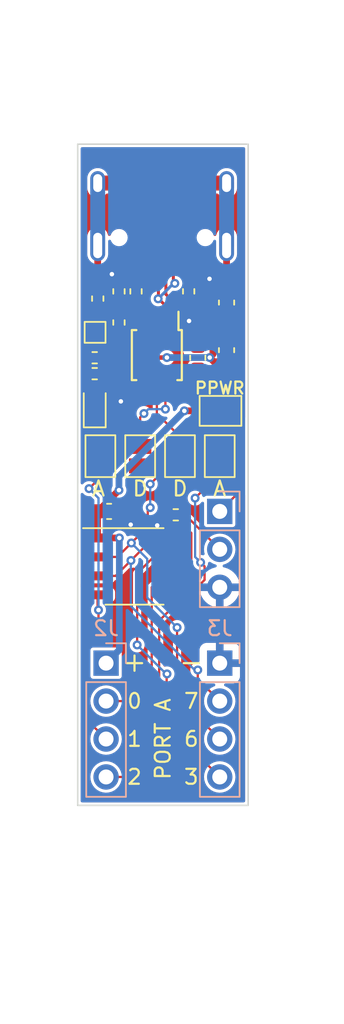
<source format=kicad_pcb>
(kicad_pcb (version 20211014) (generator pcbnew)
  (layers (0 "F.Cu" signal) (31 "B.Cu" signal) (34 "B.Paste" user) (35 "F.Paste" user) (36 "B.SilkS" user "B.Silkscreen") (37 "F.SilkS" user "F.Silkscreen") (38 "B.Mask" user) (39 "F.Mask" user) (44 "Edge.Cuts" user))
  (net 0 "")
  (net 1 "GND")
  (net 2 "Net-(C1-Pad2)")
  (net 3 "Net-(C2-Pad1)")
  (net 4 "VSYS")
  (net 5 "Net-(D1-Pad2)")
  (net 6 "Net-(J1-Pad1)")
  (net 7 "Net-(J1-Pad2)")
  (net 8 "/PIN_PA0")
  (net 9 "/PIN_PA1")
  (net 10 "/PIN_PA2")
  (net 11 "/PIN_PA7")
  (net 12 "/PIN_PA6")
  (net 13 "/PIN_PA3")
  (net 14 "/USB_UART_RX")
  (net 15 "/USB_UART_TX")
  (net 16 "/VBUS")
  (net 17 "Net-(R1-Pad2)")
  (net 18 "Net-(R2-Pad2)")
  (net 19 "/VBUS_SENSE")
  (net 20 "/USB_D+")
  (net 21 "/USB_D-")
  (net 25 "Net-(R6-Pad1)")
  (footprint "Capacitor_SMD:C_0603_1608Metric" (layer "F.Cu") (at 142.4432 109.22)
    (fp_text reference "C3")
    (fp_text value "0.1μF")
    (fp_line (start -0.14058 0.51) (end 0.14058 0.51) (layer "F.SilkS") (width 0.12))
    (fp_line (start -0.14058 -0.51) (end 0.14058 -0.51) (layer "F.SilkS") (width 0.12))
    (pad "1" smd roundrect (at -0.775 0) (size 0.9 0.95) (layers "F.Cu" "F.Paste" "F.Mask") (net 4 "VSYS"))
    (pad "2" smd roundrect (at 0.775 0) (size 0.9 0.95) (layers "F.Cu" "F.Paste" "F.Mask") (net 1 "GND"))
  )
  (footprint "Package_SO:MSOP-10_3x3mm_P0.5mm" (layer "F.Cu") (at 145.6436 98.7551 -90)
    (fp_text reference "U1")
    (fp_text value "CH340E")
    (fp_line (start -1.675 -1.675) (end -1.675 -1.45) (layer "F.SilkS") (width 0.15))
    (fp_line (start 1.675 -1.675) (end 1.675 -1.375) (layer "F.SilkS") (width 0.15))
    (fp_line (start -1.675 -1.45) (end -2.9 -1.45) (layer "F.SilkS") (width 0.15))
    (fp_line (start -1.675 1.675) (end 1.675 1.675) (layer "F.SilkS") (width 0.15))
    (fp_line (start -1.675 -1.675) (end 1.675 -1.675) (layer "F.SilkS") (width 0.15))
    (fp_line (start -1.675 1.675) (end -1.675 1.375) (layer "F.SilkS") (width 0.15))
    (fp_line (start 1.675 1.675) (end 1.675 1.375) (layer "F.SilkS") (width 0.15))
    (pad "1" smd rect (at -2.2 -1 270) (size 1.4 0.3) (layers "F.Cu" "F.Paste" "F.Mask") (net 20 "/USB_D+"))
    (pad "2" smd rect (at -2.2 -0.5 270) (size 1.4 0.3) (layers "F.Cu" "F.Paste" "F.Mask") (net 21 "/USB_D-"))
    (pad "3" smd rect (at -2.2 0 270) (size 1.4 0.3) (layers "F.Cu" "F.Paste" "F.Mask") (net 1 "GND"))
    (pad "4" smd rect (at -2.2 0.5 270) (size 1.4 0.3) (layers "F.Cu" "F.Paste" "F.Mask"))
    (pad "5" smd rect (at -2.2 1 270) (size 1.4 0.3) (layers "F.Cu" "F.Paste" "F.Mask") (net 1 "GND"))
    (pad "6" smd rect (at 2.2 1 270) (size 1.4 0.3) (layers "F.Cu" "F.Paste" "F.Mask") (net 25 "Net-(R6-Pad1)"))
    (pad "7" smd rect (at 2.2 0.5 270) (size 1.4 0.3) (layers "F.Cu" "F.Paste" "F.Mask") (net 4 "VSYS"))
    (pad "8" smd rect (at 2.2 0 270) (size 1.4 0.3) (layers "F.Cu" "F.Paste" "F.Mask") (net 15 "/USB_UART_TX"))
    (pad "9" smd rect (at 2.2 -0.5 270) (size 1.4 0.3) (layers "F.Cu" "F.Paste" "F.Mask") (net 14 "/USB_UART_RX"))
    (pad "10" smd rect (at 2.2 -1 270) (size 1.4 0.3) (layers "F.Cu" "F.Paste" "F.Mask") (net 3 "Net-(C2-Pad1)"))
  )
  (footprint "Resistor_SMD:R_0402_1005Metric" (layer "F.Cu") (at 141.6812 94.9725 -90)
    (fp_text reference "R3")
    (fp_text value "220 0402")
    (fp_line (start -0.153641 0.38) (end 0.153641 0.38) (layer "F.SilkS") (width 0.12))
    (fp_line (start -0.153641 -0.38) (end 0.153641 -0.38) (layer "F.SilkS") (width 0.12))
    (pad "1" smd roundrect (at -0.51 0 270) (size 0.54 0.64) (layers "F.Cu" "F.Paste" "F.Mask") (net 2 "Net-(C1-Pad2)"))
    (pad "2" smd roundrect (at 0.51 0 270) (size 0.54 0.64) (layers "F.Cu" "F.Paste" "F.Mask") (net 1 "GND"))
  )
  (footprint "Jumper:SolderJumper-2_P1.3mm_Open_Pad1.0x1.5mm" (layer "F.Cu") (at 149.86 105.522 -90)
    (fp_text reference "JP5")
    (fp_text value "SolderJumper_2_Open")
    (fp_line (start -1.4 -1) (end 1.4 -1) (layer "F.SilkS") (width 0.12))
    (fp_line (start 1.4 -1) (end 1.4 1) (layer "F.SilkS") (width 0.12))
    (fp_line (start 1.4 1) (end -1.4 1) (layer "F.SilkS") (width 0.12))
    (fp_line (start -1.4 1) (end -1.4 -1) (layer "F.SilkS") (width 0.12))
    (pad "1" smd rect (at -0.65 0 270) (size 1 1.5) (layers "F.Cu" "F.Mask") (net 15 "/USB_UART_TX"))
    (pad "2" smd rect (at 0.65 0 270) (size 1 1.5) (layers "F.Cu" "F.Mask") (net 10 "/PIN_PA2"))
  )
  (footprint "Resistor_SMD:R_0402_1005Metric" (layer "F.Cu") (at 141.476 98.9329)
    (fp_text reference "R7")
    (fp_text value "5.1K 0402")
    (fp_line (start -0.153641 0.38) (end 0.153641 0.38) (layer "F.SilkS") (width 0.12))
    (fp_line (start -0.153641 -0.38) (end 0.153641 -0.38) (layer "F.SilkS") (width 0.12))
    (pad "1" smd roundrect (at -0.51 0) (size 0.54 0.64) (layers "F.Cu" "F.Paste" "F.Mask") (net 5 "Net-(D1-Pad2)"))
    (pad "2" smd roundrect (at 0.51 0) (size 0.54 0.64) (layers "F.Cu" "F.Paste" "F.Mask") (net 25 "Net-(R6-Pad1)"))
  )
  (footprint "Resistor_SMD:R_0402_1005Metric" (layer "F.Cu") (at 147.7772 94.4879 90)
    (fp_text reference "R1")
    (fp_text value "5.1K 0402")
    (fp_line (start -0.153641 -0.38) (end 0.153641 -0.38) (layer "F.SilkS") (width 0.12))
    (fp_line (start -0.153641 0.38) (end 0.153641 0.38) (layer "F.SilkS") (width 0.12))
    (pad "1" smd roundrect (at -0.51 0 90) (size 0.54 0.64) (layers "F.Cu" "F.Paste" "F.Mask") (net 1 "GND"))
    (pad "2" smd roundrect (at 0.51 0 90) (size 0.54 0.64) (layers "F.Cu" "F.Paste" "F.Mask") (net 17 "Net-(R1-Pad2)"))
  )
  (footprint "NetTie:NetTie-2_SMD_Pad0.5mm" (layer "F.Cu") (at 148.9456 94.9705 -90)
    (fp_text reference "NT1")
    (fp_text value "NetTie_2")
    (fp_poly (pts (xy -0.5 -0.25) (xy 0.5 -0.25) (xy 0.5 0.25) (xy -0.5 0.25)) (layer "F.Cu") (width 0) (fill solid))
    (pad "1" smd circle (at -0.5 0 270) (size 0.5 0.5) (layers "F.Cu") (net 16 "/VBUS"))
    (pad "2" smd circle (at 0.5 0 270) (size 0.5 0.5) (layers "F.Cu") (net 4 "VSYS"))
  )
  (footprint "Jumper:SolderJumper-2_P1.3mm_Open_Pad1.0x1.5mm" (layer "F.Cu") (at 149.9108 102.489)
    (fp_text reference "JP1")
    (fp_text value "SolderJumper_2_Open")
    (fp_line (start 1.4 1) (end -1.4 1) (layer "F.SilkS") (width 0.12))
    (fp_line (start -1.4 1) (end -1.4 -1) (layer "F.SilkS") (width 0.12))
    (fp_line (start 1.4 -1) (end 1.4 1) (layer "F.SilkS") (width 0.12))
    (fp_line (start -1.4 -1) (end 1.4 -1) (layer "F.SilkS") (width 0.12))
    (pad "1" smd rect (at -0.65 0) (size 1 1.5) (layers "F.Cu" "F.Mask") (net 4 "VSYS"))
    (pad "2" smd rect (at 0.65 0) (size 1 1.5) (layers "F.Cu" "F.Mask") (net 6 "Net-(J1-Pad1)"))
  )
  (footprint "Jumper:SolderJumper-2_P1.3mm_Open_Pad1.0x1.5mm" (layer "F.Cu") (at 147.193 105.522 -90)
    (fp_text reference "JP3")
    (fp_text value "SolderJumper_2_Open")
    (fp_line (start 1.4 -1) (end 1.4 1) (layer "F.SilkS") (width 0.12))
    (fp_line (start -1.4 1) (end -1.4 -1) (layer "F.SilkS") (width 0.12))
    (fp_line (start -1.4 -1) (end 1.4 -1) (layer "F.SilkS") (width 0.12))
    (fp_line (start 1.4 1) (end -1.4 1) (layer "F.SilkS") (width 0.12))
    (pad "1" smd rect (at -0.65 0 270) (size 1 1.5) (layers "F.Cu" "F.Mask") (net 15 "/USB_UART_TX"))
    (pad "2" smd rect (at 0.65 0 270) (size 1 1.5) (layers "F.Cu" "F.Mask") (net 11 "/PIN_PA7"))
  )
  (footprint "LED_SMD:LED_0603_1608Metric" (layer "F.Cu") (at 141.478 102.108 90)
    (fp_text reference "D1")
    (fp_text value "LED")
    (fp_line (start 0.8 -0.735) (end -1.485 -0.735) (layer "F.SilkS") (width 0.12))
    (fp_line (start -1.485 0.735) (end 0.8 0.735) (layer "F.SilkS") (width 0.12))
    (fp_line (start -1.485 -0.735) (end -1.485 0.735) (layer "F.SilkS") (width 0.12))
    (pad "1" smd roundrect (at -0.7875 0 90) (size 0.875 0.95) (layers "F.Cu" "F.Paste" "F.Mask") (net 1 "GND"))
    (pad "2" smd roundrect (at 0.7875 0 90) (size 0.875 0.95) (layers "F.Cu" "F.Paste" "F.Mask") (net 5 "Net-(D1-Pad2)"))
  )
  (footprint "HRO:HRO-TYPE-C-31-M-12" (layer "F.Cu") (at 145.9992 84.6371 180)
    (fp_text reference "USB1")
    (fp_text value "TYPE-C-31-M-12")
    (pad "" np_thru_hole circle locked (at -2.89 -6.25 180) (size 0.65 0.65) (drill 0.65) (layers *.Cu *.Mask))
    (pad "" np_thru_hole circle locked (at 2.89 -6.25 180) (size 0.65 0.65) (drill 0.65) (layers *.Cu *.Mask))
    (pad "1" smd rect locked (at -3.225 -7.695 180) (size 0.6 1.45) (layers "F.Cu" "F.Paste" "F.Mask") (net 1 "GND"))
    (pad "2" smd rect locked (at -2.45 -7.695 180) (size 0.6 1.45) (layers "F.Cu" "F.Paste" "F.Mask") (net 16 "/VBUS"))
    (pad "3" smd rect locked (at -1.75 -7.695 180) (size 0.3 1.45) (layers "F.Cu" "F.Paste" "F.Mask"))
    (pad "4" smd rect locked (at -1.25 -7.695 180) (size 0.3 1.45) (layers "F.Cu" "F.Paste" "F.Mask") (net 17 "Net-(R1-Pad2)"))
    (pad "5" smd rect locked (at -0.75 -7.695 180) (size 0.3 1.45) (layers "F.Cu" "F.Paste" "F.Mask") (net 21 "/USB_D-"))
    (pad "6" smd rect locked (at -0.25 -7.695 180) (size 0.3 1.45) (layers "F.Cu" "F.Paste" "F.Mask") (net 20 "/USB_D+"))
    (pad "7" smd rect locked (at 0.25 -7.695 180) (size 0.3 1.45) (layers "F.Cu" "F.Paste" "F.Mask") (net 21 "/USB_D-"))
    (pad "8" smd rect locked (at 0.75 -7.695 180) (size 0.3 1.45) (layers "F.Cu" "F.Paste" "F.Mask") (net 20 "/USB_D+"))
    (pad "9" smd rect locked (at 1.25 -7.695 180) (size 0.3 1.45) (layers "F.Cu" "F.Paste" "F.Mask"))
    (pad "10" smd rect locked (at 1.75 -7.695 180) (size 0.3 1.45) (layers "F.Cu" "F.Paste" "F.Mask") (net 18 "Net-(R2-Pad2)"))
    (pad "11" smd rect locked (at 2.45 -7.695 180) (size 0.6 1.45) (layers "F.Cu" "F.Paste" "F.Mask") (net 16 "/VBUS"))
    (pad "12" smd rect locked (at 3.225 -7.695 180) (size 0.6 1.45) (layers "F.Cu" "F.Paste" "F.Mask") (net 1 "GND"))
    (pad "13" thru_hole oval locked (at 4.32 -2.6 180) (size 1 1.6) (drill oval 0.6 1.2) (layers *.Cu "B.Mask") (net 2 "Net-(C1-Pad2)"))
    (pad "13" thru_hole oval locked (at -4.32 -6.78 180) (size 1 2.1) (drill oval 0.6 1.7) (layers *.Cu "B.Mask") (net 2 "Net-(C1-Pad2)"))
    (pad "13" thru_hole oval locked (at -4.32 -2.6 180) (size 1 1.6) (drill oval 0.6 1.2) (layers *.Cu "B.Mask") (net 2 "Net-(C1-Pad2)"))
    (pad "13" thru_hole oval locked (at 4.32 -6.78 180) (size 1 2.1) (drill oval 0.6 1.7) (layers *.Cu "B.Mask") (net 2 "Net-(C1-Pad2)"))
  )
  (footprint "Capacitor_SMD:C_0603_1608Metric" (layer "F.Cu") (at 148.3868 98.9329 90)
    (fp_text reference "C2")
    (fp_text value "0.1μF")
    (fp_line (start -0.14058 -0.51) (end 0.14058 -0.51) (layer "F.SilkS") (width 0.12))
    (fp_line (start -0.14058 0.51) (end 0.14058 0.51) (layer "F.SilkS") (width 0.12))
    (pad "1" smd roundrect (at -0.775 0 90) (size 0.9 0.95) (layers "F.Cu" "F.Paste" "F.Mask") (net 3 "Net-(C2-Pad1)"))
    (pad "2" smd roundrect (at 0.775 0 90) (size 0.9 0.95) (layers "F.Cu" "F.Paste" "F.Mask") (net 1 "GND"))
  )
  (footprint "Resistor_SMD:R_0402_1005Metric" (layer "F.Cu") (at 141.476 99.9997 180)
    (fp_text reference "R6")
    (fp_text value "5.1K 0402")
    (fp_line (start -0.153641 -0.38) (end 0.153641 -0.38) (layer "F.SilkS") (width 0.12))
    (fp_line (start -0.153641 0.38) (end 0.153641 0.38) (layer "F.SilkS") (width 0.12))
    (pad "1" smd roundrect (at -0.51 0 180) (size 0.54 0.64) (layers "F.Cu" "F.Paste" "F.Mask") (net 25 "Net-(R6-Pad1)"))
    (pad "2" smd roundrect (at 0.51 0 180) (size 0.54 0.64) (layers "F.Cu" "F.Paste" "F.Mask") (net 5 "Net-(D1-Pad2)"))
  )
  (footprint "Resistor_SMD:R_0402_1005Metric" (layer "F.Cu") (at 144.2466 94.4899 90)
    (fp_text reference "R2")
    (fp_text value "5.1K 0402")
    (fp_line (start -0.153641 0.38) (end 0.153641 0.38) (layer "F.SilkS") (width 0.12))
    (fp_line (start -0.153641 -0.38) (end 0.153641 -0.38) (layer "F.SilkS") (width 0.12))
    (pad "1" smd roundrect (at -0.51 0 90) (size 0.54 0.64) (layers "F.Cu" "F.Paste" "F.Mask") (net 1 "GND"))
    (pad "2" smd roundrect (at 0.51 0 90) (size 0.54 0.64) (layers "F.Cu" "F.Paste" "F.Mask") (net 18 "Net-(R2-Pad2)"))
  )
  (footprint "Resistor_SMD:R_0402_1005Metric" (layer "F.Cu") (at 143.1036 94.4899 -90)
    (fp_text reference "R5")
    (fp_text value "10k")
    (fp_line (start -0.153641 0.38) (end 0.153641 0.38) (layer "F.SilkS") (width 0.12))
    (fp_line (start -0.153641 -0.38) (end 0.153641 -0.38) (layer "F.SilkS") (width 0.12))
    (pad "1" smd roundrect (at -0.51 0 270) (size 0.54 0.64) (layers "F.Cu" "F.Paste" "F.Mask") (net 16 "/VBUS"))
    (pad "2" smd roundrect (at 0.51 0 270) (size 0.54 0.64) (layers "F.Cu" "F.Paste" "F.Mask") (net 19 "/VBUS_SENSE"))
  )
  (footprint "Capacitor_SMD:C_0603_1608Metric" (layer "F.Cu") (at 150.3172 98.4249 90)
    (fp_text reference "C4")
    (fp_text value "0.1μF")
    (fp_line (start -0.14058 -0.51) (end 0.14058 -0.51) (layer "F.SilkS") (width 0.12))
    (fp_line (start -0.14058 0.51) (end 0.14058 0.51) (layer "F.SilkS") (width 0.12))
    (pad "1" smd roundrect (at -0.775 0 90) (size 0.9 0.95) (layers "F.Cu" "F.Paste" "F.Mask") (net 4 "VSYS"))
    (pad "2" smd roundrect (at 0.775 0 90) (size 0.9 0.95) (layers "F.Cu" "F.Paste" "F.Mask") (net 1 "GND"))
  )
  (footprint "Jumper:SolderJumper-2_P1.3mm_Open_Pad1.0x1.5mm" (layer "F.Cu") (at 144.526 105.522 -90)
    (fp_text reference "JP2")
    (fp_text value "SolderJumper_2_Open")
    (fp_line (start -1.4 1) (end -1.4 -1) (layer "F.SilkS") (width 0.12))
    (fp_line (start -1.4 -1) (end 1.4 -1) (layer "F.SilkS") (width 0.12))
    (fp_line (start 1.4 -1) (end 1.4 1) (layer "F.SilkS") (width 0.12))
    (fp_line (start 1.4 1) (end -1.4 1) (layer "F.SilkS") (width 0.12))
    (pad "1" smd rect (at -0.65 0 270) (size 1 1.5) (layers "F.Cu" "F.Mask") (net 14 "/USB_UART_RX"))
    (pad "2" smd rect (at 0.65 0 270) (size 1 1.5) (layers "F.Cu" "F.Mask") (net 12 "/PIN_PA6"))
  )
  (footprint "Jumper:SolderJumper-2_P1.3mm_Open_Pad1.0x1.5mm" (layer "F.Cu") (at 141.859 105.522 -90)
    (fp_text reference "JP4")
    (fp_text value "SolderJumper_2_Open")
    (fp_line (start 1.4 1) (end -1.4 1) (layer "F.SilkS") (width 0.12))
    (fp_line (start -1.4 1) (end -1.4 -1) (layer "F.SilkS") (width 0.12))
    (fp_line (start 1.4 -1) (end 1.4 1) (layer "F.SilkS") (width 0.12))
    (fp_line (start -1.4 -1) (end 1.4 -1) (layer "F.SilkS") (width 0.12))
    (pad "1" smd rect (at -0.65 0 270) (size 1 1.5) (layers "F.Cu" "F.Mask") (net 14 "/USB_UART_RX"))
    (pad "2" smd rect (at 0.65 0 270) (size 1 1.5) (layers "F.Cu" "F.Mask") (net 9 "/PIN_PA1"))
  )
  (footprint "Package_SO:SOIC-8_3.9x4.9mm_P1.27mm" (layer "F.Cu") (at 144.145 112.903)
    (fp_text reference "U2")
    (fp_text value "ATtiny412-SS")
    (fp_line (start 0 -2.56) (end 1.95 -2.56) (layer "F.SilkS") (width 0.12))
    (fp_line (start 0 2.56) (end 1.95 2.56) (layer "F.SilkS") (width 0.12))
    (fp_line (start 0 2.56) (end -1.95 2.56) (layer "F.SilkS") (width 0.12))
    (fp_line (start 0 -2.56) (end -3.45 -2.56) (layer "F.SilkS") (width 0.12))
    (pad "1" smd roundrect (at -2.475 -1.905) (size 1.95 0.6) (layers "F.Cu" "F.Paste" "F.Mask") (net 4 "VSYS"))
    (pad "2" smd roundrect (at -2.475 -0.635) (size 1.95 0.6) (layers "F.Cu" "F.Paste" "F.Mask") (net 12 "/PIN_PA6"))
    (pad "3" smd roundrect (at -2.475 0.635) (size 1.95 0.6) (layers "F.Cu" "F.Paste" "F.Mask") (net 11 "/PIN_PA7"))
    (pad "4" smd roundrect (at -2.475 1.905) (size 1.95 0.6) (layers "F.Cu" "F.Paste" "F.Mask") (net 9 "/PIN_PA1"))
    (pad "5" smd roundrect (at 2.475 1.905) (size 1.95 0.6) (layers "F.Cu" "F.Paste" "F.Mask") (net 10 "/PIN_PA2"))
    (pad "6" smd roundrect (at 2.475 0.635) (size 1.95 0.6) (layers "F.Cu" "F.Paste" "F.Mask") (net 8 "/PIN_PA0"))
    (pad "7" smd roundrect (at 2.475 -0.635) (size 1.95 0.6) (layers "F.Cu" "F.Paste" "F.Mask") (net 13 "/PIN_PA3"))
    (pad "8" smd roundrect (at 2.475 -1.905) (size 1.95 0.6) (layers "F.Cu" "F.Paste" "F.Mask") (net 1 "GND"))
  )
  (footprint "Capacitor_SMD:C_0603_1608Metric" (layer "F.Cu") (at 150.3172 95.2375 90)
    (fp_text reference "C1")
    (fp_text value "0.1μF")
    (fp_line (start -0.14058 0.51) (end 0.14058 0.51) (layer "F.SilkS") (width 0.12))
    (fp_line (start -0.14058 -0.51) (end 0.14058 -0.51) (layer "F.SilkS") (width 0.12))
    (pad "1" smd roundrect (at -0.775 0 90) (size 0.9 0.95) (layers "F.Cu" "F.Paste" "F.Mask") (net 1 "GND"))
    (pad "2" smd roundrect (at 0.775 0 90) (size 0.9 0.95) (layers "F.Cu" "F.Paste" "F.Mask") (net 2 "Net-(C1-Pad2)"))
  )
  (footprint "Resistor_SMD:R_0402_1005Metric" (layer "F.Cu") (at 146.9116 109.4486 180)
    (fp_text reference "R8")
    (fp_text value "5.1K 0402")
    (fp_line (start -0.153641 -0.38) (end 0.153641 -0.38) (layer "F.SilkS") (width 0.12))
    (fp_line (start -0.153641 0.38) (end 0.153641 0.38) (layer "F.SilkS") (width 0.12))
    (pad "1" smd roundrect (at -0.51 0 180) (size 0.54 0.64) (layers "F.Cu" "F.Paste" "F.Mask") (net 7 "Net-(J1-Pad2)"))
    (pad "2" smd roundrect (at 0.51 0 180) (size 0.54 0.64) (layers "F.Cu" "F.Paste" "F.Mask") (net 8 "/PIN_PA0"))
  )
  (footprint "Resistor_SMD:R_0402_1005Metric" (layer "F.Cu") (at 143.1036 96.5727 -90)
    (fp_text reference "R4")
    (fp_text value "5.6K 0402")
    (fp_line (start -0.153641 0.38) (end 0.153641 0.38) (layer "F.SilkS") (width 0.12))
    (fp_line (start -0.153641 -0.38) (end 0.153641 -0.38) (layer "F.SilkS") (width 0.12))
    (pad "1" smd roundrect (at -0.51 0 270) (size 0.54 0.64) (layers "F.Cu" "F.Paste" "F.Mask") (net 19 "/VBUS_SENSE"))
    (pad "2" smd roundrect (at 0.51 0 270) (size 0.54 0.64) (layers "F.Cu" "F.Paste" "F.Mask") (net 1 "GND"))
  )
  (footprint "mine:TestPoint_Pad_1.0x1.0mm" (layer "F.Cu") (at 141.5034 97.2312)
    (fp_text reference "TP1")
    (fp_text value "TestPoint")
    (fp_line (start -0.7 0.7) (end -0.7 -0.7) (layer "F.SilkS") (width 0.12))
    (fp_line (start -0.7 -0.7) (end 0.7 -0.7) (layer "F.SilkS") (width 0.12))
    (fp_line (start 0.7 0.7) (end -0.7 0.7) (layer "F.SilkS") (width 0.12))
    (fp_line (start 0.7 -0.7) (end 0.7 0.7) (layer "F.SilkS") (width 0.12))
    (pad "1" smd rect (at 0 0) (size 1 1) (layers "F.Cu" "F.Mask") (net 19 "/VBUS_SENSE"))
  )
  (footprint "Connector_PinHeader_2.54mm:PinHeader_1x04_P2.54mm_Vertical" (layer "B.Cu") (at 142.24 119.38 180)
    (fp_text reference "J2" (at 0 2.33) (layer "B.SilkS") (effects (justify mirror)))
    (fp_text value "PINS1")
    (fp_line (start -1.33 0) (end -1.33 1.33) (layer "B.SilkS") (width 0.12))
    (fp_line (start -1.33 -1.27) (end 1.33 -1.27) (layer "B.SilkS") (width 0.12))
    (fp_line (start -1.33 -1.27) (end -1.33 -8.95) (layer "B.SilkS") (width 0.12))
    (fp_line (start -1.33 1.33) (end 0 1.33) (layer "B.SilkS") (width 0.12))
    (fp_line (start -1.33 -8.95) (end 1.33 -8.95) (layer "B.SilkS") (width 0.12))
    (fp_line (start 1.33 -1.27) (end 1.33 -8.95) (layer "B.SilkS") (width 0.12))
    (pad "1" thru_hole rect (at 0 0 180) (size 1.7 1.7) (drill 1) (layers *.Cu *.Mask) (net 4 "VSYS"))
    (pad "2" thru_hole oval (at 0 -2.54 180) (size 1.7 1.7) (drill 1) (layers *.Cu *.Mask) (net 8 "/PIN_PA0"))
    (pad "3" thru_hole oval (at 0 -5.08 180) (size 1.7 1.7) (drill 1) (layers *.Cu *.Mask) (net 9 "/PIN_PA1"))
    (pad "4" thru_hole oval (at 0 -7.62 180) (size 1.7 1.7) (drill 1) (layers *.Cu *.Mask) (net 10 "/PIN_PA2"))
  )
  (footprint "Connector_PinHeader_2.54mm:PinHeader_1x04_P2.54mm_Vertical" (layer "B.Cu") (at 149.86 119.38 180)
    (fp_text reference "J3" (at 0 2.33) (layer "B.SilkS") (effects (justify mirror)))
    (fp_text value "PINS2")
    (fp_line (start -1.33 0) (end -1.33 1.33) (layer "B.SilkS") (width 0.12))
    (fp_line (start -1.33 -8.95) (end 1.33 -8.95) (layer "B.SilkS") (width 0.12))
    (fp_line (start -1.33 1.33) (end 0 1.33) (layer "B.SilkS") (width 0.12))
    (fp_line (start -1.33 -1.27) (end 1.33 -1.27) (layer "B.SilkS") (width 0.12))
    (fp_line (start 1.33 -1.27) (end 1.33 -8.95) (layer "B.SilkS") (width 0.12))
    (fp_line (start -1.33 -1.27) (end -1.33 -8.95) (layer "B.SilkS") (width 0.12))
    (pad "1" thru_hole rect (at 0 0 180) (size 1.7 1.7) (drill 1) (layers *.Cu *.Mask) (net 1 "GND"))
    (pad "2" thru_hole oval (at 0 -2.54 180) (size 1.7 1.7) (drill 1) (layers *.Cu *.Mask) (net 11 "/PIN_PA7"))
    (pad "3" thru_hole oval (at 0 -5.08 180) (size 1.7 1.7) (drill 1) (layers *.Cu *.Mask) (net 12 "/PIN_PA6"))
    (pad "4" thru_hole oval (at 0 -7.62 180) (size 1.7 1.7) (drill 1) (layers *.Cu *.Mask) (net 13 "/PIN_PA3"))
  )
  (footprint "Connector_PinHeader_2.54mm:PinHeader_1x03_P2.54mm_Vertical" (layer "B.Cu") (at 149.86 109.22 180)
    (fp_text reference "J1")
    (fp_text value "UPDI_PROGRAMMER")
    (fp_line (start -1.33 -6.41) (end 1.33 -6.41) (layer "B.SilkS") (width 0.12))
    (fp_line (start -1.33 -1.27) (end 1.33 -1.27) (layer "B.SilkS") (width 0.12))
    (fp_line (start -1.33 1.33) (end 0 1.33) (layer "B.SilkS") (width 0.12))
    (fp_line (start -1.33 0) (end -1.33 1.33) (layer "B.SilkS") (width 0.12))
    (fp_line (start 1.33 -1.27) (end 1.33 -6.41) (layer "B.SilkS") (width 0.12))
    (fp_line (start -1.33 -1.27) (end -1.33 -6.41) (layer "B.SilkS") (width 0.12))
    (pad "1" thru_hole rect (at 0 0 180) (size 1.7 1.7) (drill 1) (layers *.Cu *.Mask) (net 6 "Net-(J1-Pad1)"))
    (pad "2" thru_hole oval (at 0 -2.54 180) (size 1.7 1.7) (drill 1) (layers *.Cu *.Mask) (net 7 "Net-(J1-Pad2)"))
    (pad "3" thru_hole oval (at 0 -5.08 180) (size 1.7 1.7) (drill 1) (layers *.Cu *.Mask) (net 1 "GND"))
  )
  (gr_line (start 144.145 118.872) (end 144.145 119.888) (layer "F.SilkS") (width 0.15))
  (gr_line (start 147.447 119.38) (end 148.463 119.38) (layer "F.SilkS") (width 0.15))
  (gr_line (start 143.637 119.38) (end 144.653 119.38) (layer "F.SilkS") (width 0.15))
  (gr_rect (start 140.335 128.905) (end 151.765 84.6328) (layer "Edge.Cuts") (width 0.1) (fill none))
  (gr_text "1" (at 144.145 124.46) (layer "F.SilkS") (effects (font (size 1 1))))
  (gr_text "D" (at 147.193 107.696) (layer "F.SilkS") (effects (font (size 1 1))))
  (gr_text "7" (at 147.955 121.92) (layer "F.SilkS") (effects (font (size 1 1))))
  (gr_text "A" (at 149.86 107.696) (layer "F.SilkS") (effects (font (size 1 1))))
  (gr_text "2" (at 144.145 127) (layer "F.SilkS") (effects (font (size 1 1))))
  (gr_text "0" (at 144.145 121.92) (layer "F.SilkS") (effects (font (size 1 1))))
  (gr_text "PORT A" (at 146.05 124.46 90) (layer "F.SilkS") (effects (font (size 1 1))))
  (gr_text "PPWR" (at 149.86 100.965) (layer "F.SilkS") (effects (font (size 0.8 0.8))))
  (gr_text "A" (at 141.732 107.696) (layer "F.SilkS") (effects (font (size 1 1))))
  (gr_text "3" (at 147.955 127) (layer "F.SilkS") (effects (font (size 1 1))))
  (gr_text "6" (at 147.955 124.46) (layer "F.SilkS") (effects (font (size 1 1))))
  (gr_text "D" (at 144.526 107.696) (layer "F.SilkS") (effects (font (size 1 1))))
  (segment (start 144.6436 95.3969) (end 144.2466 94.9999) (width 0.15) (layer "F.Cu") (net 1))
  (segment (start 142.7742 93.191858) (end 142.6287 93.337358) (width 0.15) (layer "F.Cu") (net 1))
  (segment (start 142.7742 92.3321) (end 142.7742 93.191858) (width 0.15) (layer "F.Cu") (net 1))
  (segment (start 146.5072 110.998) (end 145.669 110.1598) (width 0.15) (layer "F.Cu") (net 1))
  (segment (start 144.6436 96.5551) (end 144.6436 95.3969) (width 0.15) (layer "F.Cu") (net 1))
  (segment (start 149.2242 92.3321) (end 149.2242 93.5998) (width 0.15) (layer "F.Cu") (net 1))
  (segment (start 149.2242 93.5998) (end 149.1742 93.6498) (width 0.15) (layer "F.Cu") (net 1))
  (via (at 149.1742 93.6498) (size 0.6) (drill 0.3) (layers "F.Cu" "B.Cu") (net 1))
  (via (at 143.2306 101.854) (size 0.6) (drill 0.3) (layers "F.Cu" "B.Cu") (net 1))
  (via (at 145.669 110.1598) (size 0.6) (drill 0.3) (layers "F.Cu" "B.Cu") (net 1))
  (via (at 142.6287 93.337358) (size 0.6) (drill 0.3) (layers "F.Cu" "B.Cu") (net 1))
  (via (at 143.891 110.109) (size 0.6) (drill 0.3) (layers "F.Cu" "B.Cu") (net 1))
  (via (at 147.8026 96.4692) (size 0.6) (drill 0.3) (layers "F.Cu" "B.Cu") (net 1))
  (segment (start 141.6792 94.4605) (end 141.6792 91.4171) (width 0.45) (layer "F.Cu") (net 2))
  (segment (start 141.6792 87.2371) (end 150.3192 87.2371) (width 1) (layer "F.Cu") (net 2))
  (segment (start 150.3192 91.4171) (end 150.3192 94.4605) (width 0.45) (layer "F.Cu") (net 2))
  (segment (start 150.3192 87.2371) (end 150.3192 91.4171) (width 1) (layer "B.Cu") (net 2))
  (segment (start 141.6792 91.4171) (end 141.6792 87.2371) (width 1) (layer "B.Cu") (net 2))
  (segment (start 147.1396 100.9551) (end 148.3868 99.7079) (width 0.15) (layer "F.Cu") (net 3))
  (segment (start 146.6436 100.9551) (end 147.1396 100.9551) (width 0.15) (layer "F.Cu") (net 3))
  (segment (start 149.2608 102.489) (end 149.2608 101.4626) (width 0.45) (layer "F.Cu") (net 4))
  (segment (start 141.67 110.998) (end 143.129 110.998) (width 0.45) (layer "F.Cu") (net 4))
  (segment (start 141.6682 109.22) (end 141.6682 110.9962) (width 0.45) (layer "F.Cu") (net 4))
  (segment (start 150.3172 99.1999) (end 149.4666 99.1999) (width 0.45) (layer "F.Cu") (net 4))
  (segment (start 149.4028 96.7994) (end 149.4028 98.7044) (width 0.45) (layer "F.Cu") (net 4))
  (segment (start 148.9456 96.3422) (end 149.4028 96.7994) (width 0.45) (layer "F.Cu") (net 4))
  (segment (start 141.6812 109.22) (end 143.1036 107.7976) (width 0.45) (layer "F.Cu") (net 4))
  (segment (start 148.9456 95.4705) (end 148.9456 96.3422) (width 0.45) (layer "F.Cu") (net 4))
  (segment (start 150.3172 100.4062) (end 150.3172 99.1999) (width 0.45) (layer "F.Cu") (net 4))
  (segment (start 147.4865 102.489) (end 149.2608 102.489) (width 0.45) (layer "F.Cu") (net 4))
  (segment (start 145.1436 99.5092) (end 145.73255 98.92025) (width 0.3) (layer "F.Cu") (net 4))
  (segment (start 149.4028 98.7044) (end 149.18695 98.92025) (width 0.45) (layer "F.Cu") (net 4))
  (segment (start 149.4666 99.1999) (end 149.18695 98.92025) (width 0.45) (layer "F.Cu") (net 4))
  (segment (start 145.73255 98.92025) (end 146.31665 98.92025) (width 0.3) (layer "F.Cu") (net 4))
  (segment (start 149.2608 101.4626) (end 150.3172 100.4062) (width 0.45) (layer "F.Cu") (net 4))
  (segment (start 145.1436 100.9551) (end 145.1436 99.5092) (width 0.3) (layer "F.Cu") (net 4))
  (via (at 143.129 110.998) (size 0.6) (drill 0.3) (layers "F.Cu" "B.Cu") (net 4))
  (via (at 143.1036 107.7976) (size 0.6) (drill 0.3) (layers "F.Cu" "B.Cu") (net 4))
  (via (at 149.18695 98.92025) (size 0.6) (drill 0.3) (layers "F.Cu" "B.Cu") (net 4))
  (via (at 147.4865 102.489) (size 0.6) (drill 0.3) (layers "F.Cu" "B.Cu") (net 4))
  (via (at 146.31665 98.92025) (size 0.6) (drill 0.3) (layers "F.Cu" "B.Cu") (net 4))
  (segment (start 143.1036 107.7976) (end 143.1036 106.8719) (width 0.45) (layer "B.Cu") (net 4))
  (segment (start 143.1036 106.8719) (end 147.4865 102.489) (width 0.45) (layer "B.Cu") (net 4))
  (segment (start 149.18695 98.92025) (end 146.31665 98.92025) (width 0.45) (layer "B.Cu") (net 4))
  (segment (start 143.129 110.998) (end 143.129 118.491) (width 0.45) (layer "B.Cu") (net 4))
  (segment (start 143.129 118.491) (end 142.24 119.38) (width 0.45) (layer "B.Cu") (net 4))
  (segment (start 140.966 100.8085) (end 141.478 101.3205) (width 0.15) (layer "F.Cu") (net 5))
  (segment (start 140.966 99.9997) (end 140.966 100.8085) (width 0.15) (layer "F.Cu") (net 5))
  (segment (start 140.966 98.9329) (end 140.966 99.9997) (width 0.15) (layer "F.Cu") (net 5))
  (segment (start 149.86 109.22) (end 151.257 107.823) (width 0.15) (layer "F.Cu") (net 6))
  (segment (start 151.257 103.251) (end 150.5608 102.5548) (width 0.15) (layer "F.Cu") (net 6))
  (segment (start 151.257 107.823) (end 151.257 103.251) (width 0.15) (layer "F.Cu") (net 6))
  (segment (start 149.86 111.76) (end 147.5486 109.4486) (width 0.15) (layer "F.Cu") (net 7))
  (segment (start 148.1582 113.1062) (end 147.955 112.903) (width 0.15) (layer "F.Cu") (net 8))
  (segment (start 145.3 114.3) (end 146.062 113.538) (width 0.15) (layer "F.Cu") (net 8))
  (segment (start 142.24 121.92) (end 143.88 121.92) (width 0.15) (layer "F.Cu") (net 8))
  (segment (start 145.3 120.5) (end 145.3 114.3) (width 0.15) (layer "F.Cu") (net 8))
  (segment (start 147.574 110.2868) (end 147.2398 110.2868) (width 0.15) (layer "F.Cu") (net 8))
  (segment (start 143.88 121.92) (end 145.3 120.5) (width 0.15) (layer "F.Cu") (net 8))
  (segment (start 146.062 113.538) (end 146.62 113.538) (width 0.15) (layer "F.Cu") (net 8))
  (segment (start 148.1582 113.538) (end 146.62 113.538) (width 0.15) (layer "F.Cu") (net 8))
  (segment (start 147.2398 110.2868) (end 146.4016 109.4486) (width 0.15) (layer "F.Cu") (net 8))
  (segment (start 147.955 110.6678) (end 147.574 110.2868) (width 0.15) (layer "F.Cu") (net 8))
  (segment (start 147.955 112.903) (end 147.955 110.6678) (width 0.15) (layer "F.Cu") (net 8))
  (segment (start 148.1582 113.538) (end 148.1582 113.1062) (width 0.15) (layer "F.Cu") (net 8))
  (segment (start 141.732 116.6368) (end 140.716 117.6528) (width 0.15) (layer "F.Cu") (net 9))
  (segment (start 141.097 107.696) (end 141.732 107.061) (width 0.15) (layer "F.Cu") (net 9))
  (segment (start 141.732 107.061) (end 141.732 106.299) (width 0.15) (layer "F.Cu") (net 9))
  (segment (start 140.716 122.936) (end 142.24 124.46) (width 0.15) (layer "F.Cu") (net 9))
  (segment (start 141.732 115.824) (end 141.732 116.6368) (width 0.15) (layer "F.Cu") (net 9))
  (segment (start 141.732 115.824) (end 141.67 115.762) (width 0.15) (layer "F.Cu") (net 9))
  (segment (start 140.716 117.6528) (end 140.716 122.936) (width 0.15) (layer "F.Cu") (net 9))
  (segment (start 141.67 115.762) (end 141.67 114.808) (width 0.15) (layer "F.Cu") (net 9))
  (via (at 141.732 115.824) (size 0.6) (drill 0.3) (layers "F.Cu" "B.Cu") (net 9))
  (via (at 141.097 107.696) (size 0.6) (drill 0.3) (layers "F.Cu" "B.Cu") (net 9))
  (segment (start 141.732 115.824) (end 141.732 108.331) (width 0.15) (layer "B.Cu") (net 9))
  (segment (start 141.732 108.331) (end 141.097 107.696) (width 0.15) (layer "B.Cu") (net 9))
  (segment (start 149.86 106.68) (end 149.86 106.172) (width 0.15) (layer "F.Cu") (net 10))
  (segment (start 148.844 112.903) (end 148.844 113.806795) (width 0.15) (layer "F.Cu") (net 10))
  (segment (start 144.4 127) (end 142.24 127) (width 0.15) (layer "F.Cu") (net 10))
  (segment (start 147.842795 114.808) (end 146.62 114.808) (width 0.15) (layer "F.Cu") (net 10))
  (segment (start 146.62 114.808) (end 146.62 115.72) (width 0.15) (layer "F.Cu") (net 10))
  (segment (start 145.8 125.6) (end 144.4 127) (width 0.15) (layer "F.Cu") (net 10))
  (segment (start 148.844 113.806795) (end 147.842795 114.808) (width 0.15) (layer "F.Cu") (net 10))
  (segment (start 148.5773 112.6363) (end 148.844 112.903) (width 0.15) (layer "F.Cu") (net 10))
  (segment (start 145.8 116.54) (end 145.8 125.6) (width 0.15) (layer "F.Cu") (net 10))
  (segment (start 148.209 108.331) (end 149.86 106.68) (width 0.15) (layer "F.Cu") (net 10))
  (segment (start 146.62 115.72) (end 145.8 116.54) (width 0.15) (layer "F.Cu") (net 10))
  (via (at 148.209 108.331) (size 0.6) (drill 0.3) (layers "F.Cu" "B.Cu") (net 10))
  (via (at 148.5773 112.6363) (size 0.6) (drill 0.3) (layers "F.Cu" "B.Cu") (net 10))
  (segment (start 148.209 112.268) (end 148.5773 112.6363) (width 0.15) (layer "B.Cu") (net 10))
  (segment (start 148.209 108.331) (end 148.209 112.268) (width 0.15) (layer "B.Cu") (net 10))
  (segment (start 146.4197 106.172) (end 147.193 106.172) (width 0.15) (layer "F.Cu") (net 11))
  (segment (start 145.2005 107.3912) (end 146.4197 106.172) (width 0.15) (layer "F.Cu") (net 11))
  (segment (start 145.2005 108.966) (end 145.034 109.1325) (width 0.15) (layer "F.Cu") (net 11))
  (segment (start 145.034 109.1325) (end 145.034 111.379) (width 0.15) (layer "F.Cu") (net 11))
  (segment (start 141.67 113.538) (end 142.9004 113.538) (width 0.15) (layer "F.Cu") (net 11))
  (segment (start 142.9004 113.5126) (end 142.9004 113.538) (width 0.15) (layer "F.Cu") (net 11))
  (segment (start 145.034 111.379) (end 143.9065 112.5065) (width 0.15) (layer "F.Cu") (net 11))
  (segment (start 143.9065 112.5065) (end 142.9004 113.5126) (width 0.15) (layer "F.Cu") (net 11))
  (segment (start 148.3868 120.4468) (end 149.86 121.92) (width 0.15) (layer "F.Cu") (net 11))
  (segment (start 148.3868 119.8372) (end 148.3868 120.4468) (width 0.15) (layer "F.Cu") (net 11))
  (via (at 148.3868 119.8372) (size 0.6) (drill 0.3) (layers "F.Cu" "B.Cu") (net 11))
  (via (at 145.2005 108.966) (size 0.6) (drill 0.3) (layers "F.Cu" "B.Cu") (net 11))
  (via (at 143.9065 112.5065) (size 0.6) (drill 0.3) (layers "F.Cu" "B.Cu") (net 11))
  (via (at 145.2005 107.3912) (size 0.6) (drill 0.3) (layers "F.Cu" "B.Cu") (net 11))
  (segment (start 148.3868 119.8372) (end 148.177 119.8372) (width 0.15) (layer "B.Cu") (net 11))
  (segment (start 143.9 115.5602) (end 143.9 112.513) (width 0.15) (layer "B.Cu") (net 11))
  (segment (start 145.2005 108.966) (end 145.2005 107.3912) (width 0.15) (layer "B.Cu") (net 11))
  (segment (start 148.177 119.8372) (end 143.9 115.5602) (width 0.15) (layer "B.Cu") (net 11))
  (segment (start 143.9 112.513) (end 143.9065 112.5065) (width 0.15) (layer "B.Cu") (net 11))
  (segment (start 143.002 112.268) (end 143.835 111.435) (width 0.15) (layer "F.Cu") (net 12))
  (segment (start 141.67 112.268) (end 143.002 112.268) (width 0.15) (layer "F.Cu") (net 12))
  (segment (start 147 116.9924) (end 147 121.6) (width 0.15) (layer "F.Cu") (net 12))
  (segment (start 143.935 111.335) (end 144.526 110.744) (width 0.15) (layer "F.Cu") (net 12))
  (segment (start 144.526 110.744) (end 144.526 106.172) (width 0.15) (layer "F.Cu") (net 12))
  (segment (start 147 121.6) (end 149.86 124.46) (width 0.15) (layer "F.Cu") (net 12))
  (segment (start 143.835 111.435) (end 143.935 111.335) (width 0.15) (layer "F.Cu") (net 12))
  (via (at 143.935 111.335) (size 0.6) (drill 0.3) (layers "F.Cu" "B.Cu") (net 12))
  (via (at 147 116.9924) (size 0.6) (drill 0.3) (layers "F.Cu" "B.Cu") (net 12))
  (segment (start 145 112.4) (end 143.935 111.335) (width 0.15) (layer "B.Cu") (net 12))
  (segment (start 145 114.9924) (end 145 112.4) (width 0.15) (layer "B.Cu") (net 12))
  (segment (start 147 116.9924) (end 145 114.9924) (width 0.15) (layer "B.Cu") (net 12))
  (segment (start 146.3 120.1245) (end 146.3 121.9) (width 0.15) (layer "F.Cu") (net 13))
  (segment (start 147.8 123.4) (end 147.8 124.94) (width 0.15) (layer "F.Cu") (net 13))
  (segment (start 146.3245 120.1) (end 146.3 120.1245) (width 0.15) (layer "F.Cu") (net 13))
  (segment (start 145.432 112.268) (end 146.62 112.268) (width 0.15) (layer "F.Cu") (net 13))
  (segment (start 147.8 124.94) (end 149.86 127) (width 0.15) (layer "F.Cu") (net 13))
  (segment (start 144.3228 118.1608) (end 144.3228 113.3772) (width 0.15) (layer "F.Cu") (net 13))
  (segment (start 144.3228 113.3772) (end 145.432 112.268) (width 0.15) (layer "F.Cu") (net 13))
  (segment (start 146.3 121.9) (end 147.8 123.4) (width 0.15) (layer "F.Cu") (net 13))
  (via (at 146.3245 120.1) (size 0.6) (drill 0.3) (layers "F.Cu" "B.Cu") (net 13))
  (via (at 144.3228 118.1608) (size 0.6) (drill 0.3) (layers "F.Cu" "B.Cu") (net 13))
  (segment (start 146.262 120.1) (end 146.3245 120.1) (width 0.15) (layer "B.Cu") (net 13))
  (segment (start 144.3228 118.1608) (end 146.262 120.1) (width 0.15) (layer "B.Cu") (net 13))
  (segment (start 144.526 102.9208) (end 144.78 102.6668) (width 0.15) (layer "F.Cu") (net 14))
  (segment (start 144.526 104.872) (end 144.526 102.9208) (width 0.15) (layer "F.Cu") (net 14))
  (segment (start 141.859 104.872) (end 144.526 104.872) (width 0.15) (layer "F.Cu") (net 14))
  (segment (start 146.2181 102.374867) (end 146.2181 101.0296) (width 0.15) (layer "F.Cu") (net 14))
  (via (at 146.2181 102.374867) (size 0.6) (drill 0.3) (layers "F.Cu" "B.Cu") (net 14))
  (via (at 144.78 102.6668) (size 0.6) (drill 0.3) (layers "F.Cu" "B.Cu") (net 14))
  (segment (start 144.78 102.6668) (end 145.071933 102.374867) (width 0.15) (layer "B.Cu") (net 14))
  (segment (start 145.071933 102.374867) (end 146.2181 102.374867) (width 0.15) (layer "B.Cu") (net 14))
  (segment (start 147.193 104.2162) (end 145.6436 102.6668) (width 0.15) (layer "F.Cu") (net 15))
  (segment (start 149.86 104.872) (end 147.193 104.872) (width 0.15) (layer "F.Cu") (net 15))
  (segment (start 145.6436 102.6668) (end 145.6436 100.9551) (width 0.15) (layer "F.Cu") (net 15))
  (segment (start 147.193 104.872) (end 147.193 104.2162) (width 0.15) (layer "F.Cu") (net 15))
  (segment (start 148.4992 94.0241) (end 148.9456 94.4705) (width 0.45) (layer "F.Cu") (net 16))
  (segment (start 143.5492 93.5343) (end 143.1036 93.9799) (width 0.45) (layer "F.Cu") (net 16))
  (segment (start 148.4992 92.3821) (end 148.4992 94.0241) (width 0.45) (layer "F.Cu") (net 16))
  (segment (start 144.2974 90.8304) (end 147.701127 90.8304) (width 0.45) (layer "F.Cu") (net 16))
  (segment (start 143.5492 91.5786) (end 144.2974 90.8304) (width 0.45) (layer "F.Cu") (net 16))
  (segment (start 143.5492 92.3321) (end 143.5492 91.5786) (width 0.45) (layer "F.Cu") (net 16))
  (segment (start 148.4492 91.578473) (end 148.4492 92.3321) (width 0.45) (layer "F.Cu") (net 16))
  (segment (start 147.701127 90.8304) (end 148.4492 91.578473) (width 0.45) (layer "F.Cu") (net 16))
  (segment (start 143.5492 92.3321) (end 143.5492 93.5343) (width 0.45) (layer "F.Cu") (net 16))
  (segment (start 147.7772 93.9291) (end 147.2492 93.4011) (width 0.15) (layer "F.Cu") (net 17))
  (segment (start 147.2492 93.4011) (end 147.2492 92.3321) (width 0.15) (layer "F.Cu") (net 17))
  (segment (start 144.2492 93.9773) (end 144.2492 92.3321) (width 0.15) (layer "F.Cu") (net 18))
  (segment (start 142.6972 96.4691) (end 143.1036 96.0627) (width 0.15) (layer "F.Cu") (net 19))
  (segment (start 143.1036 96.0627) (end 143.1036 94.9999) (width 0.15) (layer "F.Cu") (net 19))
  (segment (start 141.5034 97.2312) (end 142.2655 96.4691) (width 0.15) (layer "F.Cu") (net 19))
  (segment (start 142.2655 96.4691) (end 142.6972 96.4691) (width 0.15) (layer "F.Cu") (net 19))
  (segment (start 146.2492 91.5169) (end 146.2492 92.3321) (width 0.2) (layer "F.Cu") (net 20))
  (segment (start 146.2492 92.3321) (end 146.2492 94.6871) (width 0.2) (layer "F.Cu") (net 20))
  (segment (start 145.2492 92.3321) (end 145.2492 91.3571) (width 0.2) (layer "F.Cu") (net 20))
  (segment (start 146.5436 95.2101) (end 146.6436 95.3101) (width 0.2) (layer "F.Cu") (net 20))
  (segment (start 145.2992 91.3071) (end 146.0394 91.3071) (width 0.2) (layer "F.Cu") (net 20))
  (segment (start 146.2492 94.6871) (end 146.5436 94.9815) (width 0.2) (layer "F.Cu") (net 20))
  (segment (start 145.2492 91.3571) (end 145.2992 91.3071) (width 0.2) (layer "F.Cu") (net 20))
  (segment (start 146.0394 91.3071) (end 146.2492 91.5169) (width 0.2) (layer "F.Cu") (net 20))
  (segment (start 146.5436 94.9815) (end 146.5436 95.2101) (width 0.2) (layer "F.Cu") (net 20))
  (segment (start 146.6436 95.3101) (end 146.6436 96.5551) (width 0.2) (layer "F.Cu") (net 20))
  (segment (start 146.1436 96.5551) (end 146.1436 95.3689) (width 0.2) (layer "F.Cu") (net 21))
  (segment (start 146.7492 92.3321) (end 146.7492 93.855) (width 0.2) (layer "F.Cu") (net 21))
  (segment (start 145.7492 94.9745) (end 145.7492 92.3321) (width 0.2) (layer "F.Cu") (net 21))
  (segment (start 146.7492 93.855) (end 146.8487 93.9545) (width 0.2) (layer "F.Cu") (net 21))
  (segment (start 146.1436 95.3689) (end 145.7492 94.9745) (width 0.2) (layer "F.Cu") (net 21))
  (via (at 145.729444 94.985856) (size 0.6) (drill 0.3) (layers "F.Cu" "B.Cu") (net 21))
  (via (at 146.8487 93.9545) (size 0.6) (drill 0.3) (layers "F.Cu" "B.Cu") (net 21))
  (segment (start 146.8487 93.9545) (end 146.7608 93.9545) (width 0.2) (layer "B.Cu") (net 21))
  (segment (start 146.7608 93.9545) (end 145.729444 94.985856) (width 0.2) (layer "B.Cu") (net 21))
  (segment (start 142.9414 100.9551) (end 141.986 99.9997) (width 0.15) (layer "F.Cu") (net 25))
  (segment (start 144.6436 100.9551) (end 142.9414 100.9551) (width 0.15) (layer "F.Cu") (net 25))
  (segment (start 141.986 99.9997) (end 141.986 98.9329) (width 0.15) (layer "F.Cu") (net 25))
  (zone (net 1) (net_name "GND") (layers F&B.Cu) (connect_pads (clearance 0.2)) (min_thickness 0.2) (fill yes (thermal_gap 0.508) (thermal_bridge_width 0.508))
    (polygon (pts (xy 157.4546 132.9182) (xy 135.128 132.9182) (xy 135.128 74.9808) (xy 157.4546 74.9808)))
  )
)
</source>
